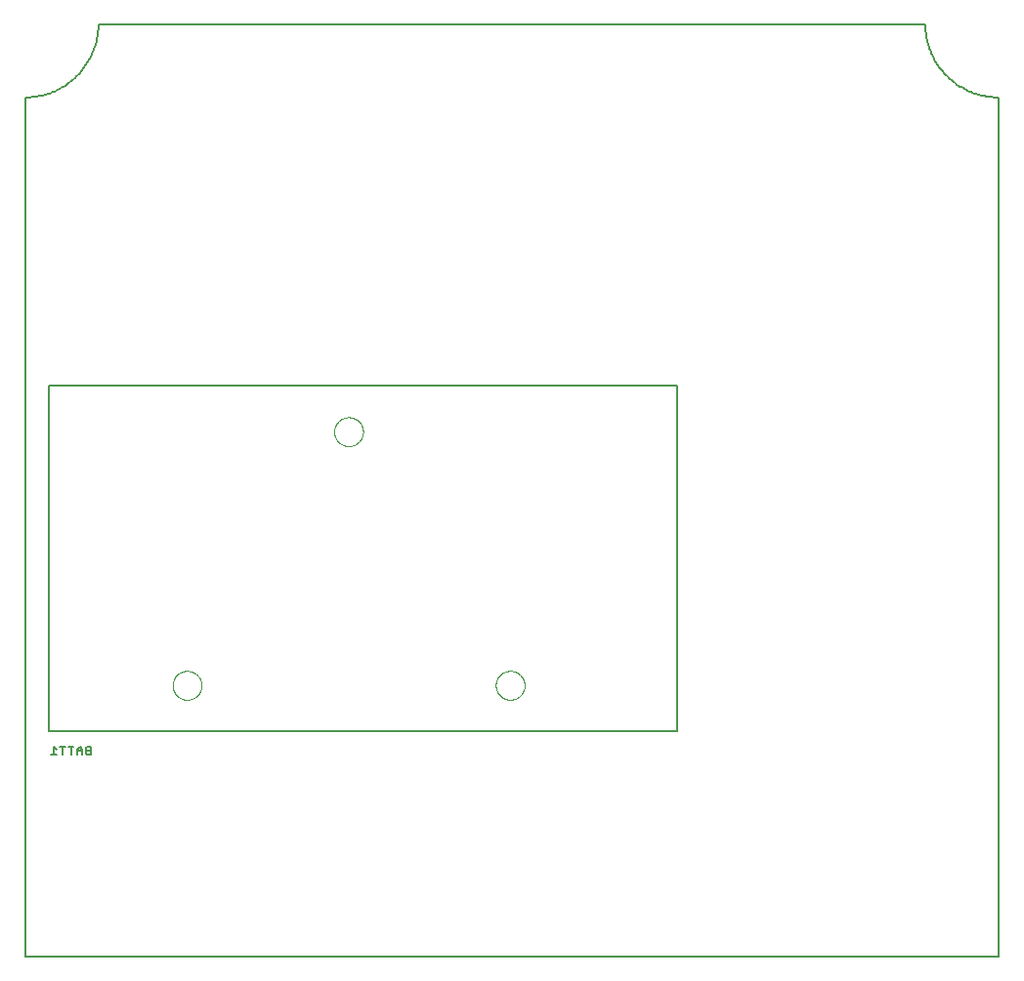
<source format=gbo>
G75*
%MOIN*%
%OFA0B0*%
%FSLAX25Y25*%
%IPPOS*%
%LPD*%
%AMOC8*
5,1,8,0,0,1.08239X$1,22.5*
%
%ADD10C,0.00500*%
%ADD11C,0.00000*%
D10*
X0001250Y0001250D02*
X0001250Y0294750D01*
X0001854Y0294757D01*
X0002458Y0294779D01*
X0003061Y0294816D01*
X0003663Y0294867D01*
X0004263Y0294932D01*
X0004862Y0295012D01*
X0005459Y0295107D01*
X0006053Y0295216D01*
X0006645Y0295339D01*
X0007233Y0295476D01*
X0007818Y0295628D01*
X0008399Y0295794D01*
X0008975Y0295974D01*
X0009548Y0296167D01*
X0010115Y0296375D01*
X0010677Y0296596D01*
X0011234Y0296830D01*
X0011785Y0297078D01*
X0012330Y0297339D01*
X0012868Y0297614D01*
X0013400Y0297901D01*
X0013924Y0298201D01*
X0014441Y0298513D01*
X0014950Y0298838D01*
X0015452Y0299175D01*
X0015945Y0299525D01*
X0016429Y0299886D01*
X0016905Y0300258D01*
X0017371Y0300642D01*
X0017828Y0301037D01*
X0018275Y0301443D01*
X0018713Y0301860D01*
X0019140Y0302287D01*
X0019557Y0302725D01*
X0019963Y0303172D01*
X0020358Y0303629D01*
X0020742Y0304095D01*
X0021114Y0304571D01*
X0021475Y0305055D01*
X0021825Y0305548D01*
X0022162Y0306050D01*
X0022487Y0306559D01*
X0022799Y0307076D01*
X0023099Y0307600D01*
X0023386Y0308132D01*
X0023661Y0308670D01*
X0023922Y0309215D01*
X0024170Y0309766D01*
X0024404Y0310323D01*
X0024625Y0310885D01*
X0024833Y0311452D01*
X0025026Y0312025D01*
X0025206Y0312601D01*
X0025372Y0313182D01*
X0025524Y0313767D01*
X0025661Y0314355D01*
X0025784Y0314947D01*
X0025893Y0315541D01*
X0025988Y0316138D01*
X0026068Y0316737D01*
X0026133Y0317337D01*
X0026184Y0317939D01*
X0026221Y0318542D01*
X0026243Y0319146D01*
X0026250Y0319750D01*
X0308350Y0319750D01*
X0308357Y0319146D01*
X0308379Y0318542D01*
X0308416Y0317939D01*
X0308467Y0317337D01*
X0308532Y0316737D01*
X0308612Y0316138D01*
X0308707Y0315541D01*
X0308816Y0314947D01*
X0308939Y0314355D01*
X0309076Y0313767D01*
X0309228Y0313182D01*
X0309394Y0312601D01*
X0309574Y0312025D01*
X0309767Y0311452D01*
X0309975Y0310885D01*
X0310196Y0310323D01*
X0310430Y0309766D01*
X0310678Y0309215D01*
X0310939Y0308670D01*
X0311214Y0308132D01*
X0311501Y0307600D01*
X0311801Y0307076D01*
X0312113Y0306559D01*
X0312438Y0306050D01*
X0312775Y0305548D01*
X0313125Y0305055D01*
X0313486Y0304571D01*
X0313858Y0304095D01*
X0314242Y0303629D01*
X0314637Y0303172D01*
X0315043Y0302725D01*
X0315460Y0302287D01*
X0315887Y0301860D01*
X0316325Y0301443D01*
X0316772Y0301037D01*
X0317229Y0300642D01*
X0317695Y0300258D01*
X0318171Y0299886D01*
X0318655Y0299525D01*
X0319148Y0299175D01*
X0319650Y0298838D01*
X0320159Y0298513D01*
X0320676Y0298201D01*
X0321200Y0297901D01*
X0321732Y0297614D01*
X0322270Y0297339D01*
X0322815Y0297078D01*
X0323366Y0296830D01*
X0323923Y0296596D01*
X0324485Y0296375D01*
X0325052Y0296167D01*
X0325625Y0295974D01*
X0326201Y0295794D01*
X0326782Y0295628D01*
X0327367Y0295476D01*
X0327955Y0295339D01*
X0328547Y0295216D01*
X0329141Y0295107D01*
X0329738Y0295012D01*
X0330337Y0294932D01*
X0330937Y0294867D01*
X0331539Y0294816D01*
X0332142Y0294779D01*
X0332746Y0294757D01*
X0333350Y0294750D01*
X0333350Y0001250D01*
X0001250Y0001250D01*
X0010145Y0070300D02*
X0011947Y0070300D01*
X0011046Y0070300D02*
X0011046Y0073002D01*
X0011947Y0072102D01*
X0013091Y0073002D02*
X0014893Y0073002D01*
X0013992Y0073002D02*
X0013992Y0070300D01*
X0016939Y0070300D02*
X0016939Y0073002D01*
X0017840Y0073002D02*
X0016038Y0073002D01*
X0018985Y0072102D02*
X0018985Y0070300D01*
X0018985Y0071651D02*
X0020786Y0071651D01*
X0020786Y0072102D02*
X0019885Y0073002D01*
X0018985Y0072102D01*
X0020786Y0072102D02*
X0020786Y0070300D01*
X0021931Y0070750D02*
X0022381Y0070300D01*
X0023733Y0070300D01*
X0023733Y0073002D01*
X0022381Y0073002D01*
X0021931Y0072552D01*
X0021931Y0072102D01*
X0022381Y0071651D01*
X0023733Y0071651D01*
X0022381Y0071651D02*
X0021931Y0071201D01*
X0021931Y0070750D01*
X0009250Y0078250D02*
X0009250Y0196360D01*
X0223817Y0196360D01*
X0223817Y0078250D01*
X0009250Y0078250D01*
D11*
X0051573Y0093998D02*
X0051575Y0094138D01*
X0051581Y0094278D01*
X0051591Y0094417D01*
X0051605Y0094556D01*
X0051623Y0094695D01*
X0051644Y0094833D01*
X0051670Y0094971D01*
X0051700Y0095108D01*
X0051733Y0095243D01*
X0051771Y0095378D01*
X0051812Y0095512D01*
X0051857Y0095645D01*
X0051905Y0095776D01*
X0051958Y0095905D01*
X0052014Y0096034D01*
X0052073Y0096160D01*
X0052137Y0096285D01*
X0052203Y0096408D01*
X0052274Y0096529D01*
X0052347Y0096648D01*
X0052424Y0096765D01*
X0052505Y0096879D01*
X0052588Y0096991D01*
X0052675Y0097101D01*
X0052765Y0097209D01*
X0052857Y0097313D01*
X0052953Y0097415D01*
X0053052Y0097515D01*
X0053153Y0097611D01*
X0053257Y0097705D01*
X0053364Y0097795D01*
X0053473Y0097882D01*
X0053585Y0097967D01*
X0053699Y0098048D01*
X0053815Y0098126D01*
X0053933Y0098200D01*
X0054054Y0098271D01*
X0054176Y0098339D01*
X0054301Y0098403D01*
X0054427Y0098464D01*
X0054554Y0098521D01*
X0054684Y0098574D01*
X0054815Y0098624D01*
X0054947Y0098669D01*
X0055080Y0098712D01*
X0055215Y0098750D01*
X0055350Y0098784D01*
X0055487Y0098815D01*
X0055624Y0098842D01*
X0055762Y0098864D01*
X0055901Y0098883D01*
X0056040Y0098898D01*
X0056179Y0098909D01*
X0056319Y0098916D01*
X0056459Y0098919D01*
X0056599Y0098918D01*
X0056739Y0098913D01*
X0056878Y0098904D01*
X0057018Y0098891D01*
X0057157Y0098874D01*
X0057295Y0098853D01*
X0057433Y0098829D01*
X0057570Y0098800D01*
X0057706Y0098768D01*
X0057841Y0098731D01*
X0057975Y0098691D01*
X0058108Y0098647D01*
X0058239Y0098599D01*
X0058369Y0098548D01*
X0058498Y0098493D01*
X0058625Y0098434D01*
X0058750Y0098371D01*
X0058873Y0098306D01*
X0058995Y0098236D01*
X0059114Y0098163D01*
X0059232Y0098087D01*
X0059347Y0098008D01*
X0059460Y0097925D01*
X0059570Y0097839D01*
X0059678Y0097750D01*
X0059783Y0097658D01*
X0059886Y0097563D01*
X0059986Y0097465D01*
X0060083Y0097365D01*
X0060177Y0097261D01*
X0060269Y0097155D01*
X0060357Y0097047D01*
X0060442Y0096936D01*
X0060524Y0096822D01*
X0060603Y0096706D01*
X0060678Y0096589D01*
X0060750Y0096469D01*
X0060818Y0096347D01*
X0060883Y0096223D01*
X0060945Y0096097D01*
X0061003Y0095970D01*
X0061057Y0095841D01*
X0061108Y0095710D01*
X0061154Y0095578D01*
X0061197Y0095445D01*
X0061237Y0095311D01*
X0061272Y0095176D01*
X0061304Y0095039D01*
X0061331Y0094902D01*
X0061355Y0094764D01*
X0061375Y0094626D01*
X0061391Y0094487D01*
X0061403Y0094347D01*
X0061411Y0094208D01*
X0061415Y0094068D01*
X0061415Y0093928D01*
X0061411Y0093788D01*
X0061403Y0093649D01*
X0061391Y0093509D01*
X0061375Y0093370D01*
X0061355Y0093232D01*
X0061331Y0093094D01*
X0061304Y0092957D01*
X0061272Y0092820D01*
X0061237Y0092685D01*
X0061197Y0092551D01*
X0061154Y0092418D01*
X0061108Y0092286D01*
X0061057Y0092155D01*
X0061003Y0092026D01*
X0060945Y0091899D01*
X0060883Y0091773D01*
X0060818Y0091649D01*
X0060750Y0091527D01*
X0060678Y0091407D01*
X0060603Y0091290D01*
X0060524Y0091174D01*
X0060442Y0091060D01*
X0060357Y0090949D01*
X0060269Y0090841D01*
X0060177Y0090735D01*
X0060083Y0090631D01*
X0059986Y0090531D01*
X0059886Y0090433D01*
X0059783Y0090338D01*
X0059678Y0090246D01*
X0059570Y0090157D01*
X0059460Y0090071D01*
X0059347Y0089988D01*
X0059232Y0089909D01*
X0059114Y0089833D01*
X0058995Y0089760D01*
X0058873Y0089690D01*
X0058750Y0089625D01*
X0058625Y0089562D01*
X0058498Y0089503D01*
X0058369Y0089448D01*
X0058239Y0089397D01*
X0058108Y0089349D01*
X0057975Y0089305D01*
X0057841Y0089265D01*
X0057706Y0089228D01*
X0057570Y0089196D01*
X0057433Y0089167D01*
X0057295Y0089143D01*
X0057157Y0089122D01*
X0057018Y0089105D01*
X0056878Y0089092D01*
X0056739Y0089083D01*
X0056599Y0089078D01*
X0056459Y0089077D01*
X0056319Y0089080D01*
X0056179Y0089087D01*
X0056040Y0089098D01*
X0055901Y0089113D01*
X0055762Y0089132D01*
X0055624Y0089154D01*
X0055487Y0089181D01*
X0055350Y0089212D01*
X0055215Y0089246D01*
X0055080Y0089284D01*
X0054947Y0089327D01*
X0054815Y0089372D01*
X0054684Y0089422D01*
X0054554Y0089475D01*
X0054427Y0089532D01*
X0054301Y0089593D01*
X0054176Y0089657D01*
X0054054Y0089725D01*
X0053933Y0089796D01*
X0053815Y0089870D01*
X0053699Y0089948D01*
X0053585Y0090029D01*
X0053473Y0090114D01*
X0053364Y0090201D01*
X0053257Y0090291D01*
X0053153Y0090385D01*
X0053052Y0090481D01*
X0052953Y0090581D01*
X0052857Y0090683D01*
X0052765Y0090787D01*
X0052675Y0090895D01*
X0052588Y0091005D01*
X0052505Y0091117D01*
X0052424Y0091231D01*
X0052347Y0091348D01*
X0052274Y0091467D01*
X0052203Y0091588D01*
X0052137Y0091711D01*
X0052073Y0091836D01*
X0052014Y0091962D01*
X0051958Y0092091D01*
X0051905Y0092220D01*
X0051857Y0092351D01*
X0051812Y0092484D01*
X0051771Y0092618D01*
X0051733Y0092753D01*
X0051700Y0092888D01*
X0051670Y0093025D01*
X0051644Y0093163D01*
X0051623Y0093301D01*
X0051605Y0093440D01*
X0051591Y0093579D01*
X0051581Y0093718D01*
X0051575Y0093858D01*
X0051573Y0093998D01*
X0106691Y0180612D02*
X0106693Y0180752D01*
X0106699Y0180892D01*
X0106709Y0181031D01*
X0106723Y0181170D01*
X0106741Y0181309D01*
X0106762Y0181447D01*
X0106788Y0181585D01*
X0106818Y0181722D01*
X0106851Y0181857D01*
X0106889Y0181992D01*
X0106930Y0182126D01*
X0106975Y0182259D01*
X0107023Y0182390D01*
X0107076Y0182519D01*
X0107132Y0182648D01*
X0107191Y0182774D01*
X0107255Y0182899D01*
X0107321Y0183022D01*
X0107392Y0183143D01*
X0107465Y0183262D01*
X0107542Y0183379D01*
X0107623Y0183493D01*
X0107706Y0183605D01*
X0107793Y0183715D01*
X0107883Y0183823D01*
X0107975Y0183927D01*
X0108071Y0184029D01*
X0108170Y0184129D01*
X0108271Y0184225D01*
X0108375Y0184319D01*
X0108482Y0184409D01*
X0108591Y0184496D01*
X0108703Y0184581D01*
X0108817Y0184662D01*
X0108933Y0184740D01*
X0109051Y0184814D01*
X0109172Y0184885D01*
X0109294Y0184953D01*
X0109419Y0185017D01*
X0109545Y0185078D01*
X0109672Y0185135D01*
X0109802Y0185188D01*
X0109933Y0185238D01*
X0110065Y0185283D01*
X0110198Y0185326D01*
X0110333Y0185364D01*
X0110468Y0185398D01*
X0110605Y0185429D01*
X0110742Y0185456D01*
X0110880Y0185478D01*
X0111019Y0185497D01*
X0111158Y0185512D01*
X0111297Y0185523D01*
X0111437Y0185530D01*
X0111577Y0185533D01*
X0111717Y0185532D01*
X0111857Y0185527D01*
X0111996Y0185518D01*
X0112136Y0185505D01*
X0112275Y0185488D01*
X0112413Y0185467D01*
X0112551Y0185443D01*
X0112688Y0185414D01*
X0112824Y0185382D01*
X0112959Y0185345D01*
X0113093Y0185305D01*
X0113226Y0185261D01*
X0113357Y0185213D01*
X0113487Y0185162D01*
X0113616Y0185107D01*
X0113743Y0185048D01*
X0113868Y0184985D01*
X0113991Y0184920D01*
X0114113Y0184850D01*
X0114232Y0184777D01*
X0114350Y0184701D01*
X0114465Y0184622D01*
X0114578Y0184539D01*
X0114688Y0184453D01*
X0114796Y0184364D01*
X0114901Y0184272D01*
X0115004Y0184177D01*
X0115104Y0184079D01*
X0115201Y0183979D01*
X0115295Y0183875D01*
X0115387Y0183769D01*
X0115475Y0183661D01*
X0115560Y0183550D01*
X0115642Y0183436D01*
X0115721Y0183320D01*
X0115796Y0183203D01*
X0115868Y0183083D01*
X0115936Y0182961D01*
X0116001Y0182837D01*
X0116063Y0182711D01*
X0116121Y0182584D01*
X0116175Y0182455D01*
X0116226Y0182324D01*
X0116272Y0182192D01*
X0116315Y0182059D01*
X0116355Y0181925D01*
X0116390Y0181790D01*
X0116422Y0181653D01*
X0116449Y0181516D01*
X0116473Y0181378D01*
X0116493Y0181240D01*
X0116509Y0181101D01*
X0116521Y0180961D01*
X0116529Y0180822D01*
X0116533Y0180682D01*
X0116533Y0180542D01*
X0116529Y0180402D01*
X0116521Y0180263D01*
X0116509Y0180123D01*
X0116493Y0179984D01*
X0116473Y0179846D01*
X0116449Y0179708D01*
X0116422Y0179571D01*
X0116390Y0179434D01*
X0116355Y0179299D01*
X0116315Y0179165D01*
X0116272Y0179032D01*
X0116226Y0178900D01*
X0116175Y0178769D01*
X0116121Y0178640D01*
X0116063Y0178513D01*
X0116001Y0178387D01*
X0115936Y0178263D01*
X0115868Y0178141D01*
X0115796Y0178021D01*
X0115721Y0177904D01*
X0115642Y0177788D01*
X0115560Y0177674D01*
X0115475Y0177563D01*
X0115387Y0177455D01*
X0115295Y0177349D01*
X0115201Y0177245D01*
X0115104Y0177145D01*
X0115004Y0177047D01*
X0114901Y0176952D01*
X0114796Y0176860D01*
X0114688Y0176771D01*
X0114578Y0176685D01*
X0114465Y0176602D01*
X0114350Y0176523D01*
X0114232Y0176447D01*
X0114113Y0176374D01*
X0113991Y0176304D01*
X0113868Y0176239D01*
X0113743Y0176176D01*
X0113616Y0176117D01*
X0113487Y0176062D01*
X0113357Y0176011D01*
X0113226Y0175963D01*
X0113093Y0175919D01*
X0112959Y0175879D01*
X0112824Y0175842D01*
X0112688Y0175810D01*
X0112551Y0175781D01*
X0112413Y0175757D01*
X0112275Y0175736D01*
X0112136Y0175719D01*
X0111996Y0175706D01*
X0111857Y0175697D01*
X0111717Y0175692D01*
X0111577Y0175691D01*
X0111437Y0175694D01*
X0111297Y0175701D01*
X0111158Y0175712D01*
X0111019Y0175727D01*
X0110880Y0175746D01*
X0110742Y0175768D01*
X0110605Y0175795D01*
X0110468Y0175826D01*
X0110333Y0175860D01*
X0110198Y0175898D01*
X0110065Y0175941D01*
X0109933Y0175986D01*
X0109802Y0176036D01*
X0109672Y0176089D01*
X0109545Y0176146D01*
X0109419Y0176207D01*
X0109294Y0176271D01*
X0109172Y0176339D01*
X0109051Y0176410D01*
X0108933Y0176484D01*
X0108817Y0176562D01*
X0108703Y0176643D01*
X0108591Y0176728D01*
X0108482Y0176815D01*
X0108375Y0176905D01*
X0108271Y0176999D01*
X0108170Y0177095D01*
X0108071Y0177195D01*
X0107975Y0177297D01*
X0107883Y0177401D01*
X0107793Y0177509D01*
X0107706Y0177619D01*
X0107623Y0177731D01*
X0107542Y0177845D01*
X0107465Y0177962D01*
X0107392Y0178081D01*
X0107321Y0178202D01*
X0107255Y0178325D01*
X0107191Y0178450D01*
X0107132Y0178576D01*
X0107076Y0178705D01*
X0107023Y0178834D01*
X0106975Y0178965D01*
X0106930Y0179098D01*
X0106889Y0179232D01*
X0106851Y0179367D01*
X0106818Y0179502D01*
X0106788Y0179639D01*
X0106762Y0179777D01*
X0106741Y0179915D01*
X0106723Y0180054D01*
X0106709Y0180193D01*
X0106699Y0180332D01*
X0106693Y0180472D01*
X0106691Y0180612D01*
X0161809Y0093998D02*
X0161811Y0094138D01*
X0161817Y0094278D01*
X0161827Y0094417D01*
X0161841Y0094556D01*
X0161859Y0094695D01*
X0161880Y0094833D01*
X0161906Y0094971D01*
X0161936Y0095108D01*
X0161969Y0095243D01*
X0162007Y0095378D01*
X0162048Y0095512D01*
X0162093Y0095645D01*
X0162141Y0095776D01*
X0162194Y0095905D01*
X0162250Y0096034D01*
X0162309Y0096160D01*
X0162373Y0096285D01*
X0162439Y0096408D01*
X0162510Y0096529D01*
X0162583Y0096648D01*
X0162660Y0096765D01*
X0162741Y0096879D01*
X0162824Y0096991D01*
X0162911Y0097101D01*
X0163001Y0097209D01*
X0163093Y0097313D01*
X0163189Y0097415D01*
X0163288Y0097515D01*
X0163389Y0097611D01*
X0163493Y0097705D01*
X0163600Y0097795D01*
X0163709Y0097882D01*
X0163821Y0097967D01*
X0163935Y0098048D01*
X0164051Y0098126D01*
X0164169Y0098200D01*
X0164290Y0098271D01*
X0164412Y0098339D01*
X0164537Y0098403D01*
X0164663Y0098464D01*
X0164790Y0098521D01*
X0164920Y0098574D01*
X0165051Y0098624D01*
X0165183Y0098669D01*
X0165316Y0098712D01*
X0165451Y0098750D01*
X0165586Y0098784D01*
X0165723Y0098815D01*
X0165860Y0098842D01*
X0165998Y0098864D01*
X0166137Y0098883D01*
X0166276Y0098898D01*
X0166415Y0098909D01*
X0166555Y0098916D01*
X0166695Y0098919D01*
X0166835Y0098918D01*
X0166975Y0098913D01*
X0167114Y0098904D01*
X0167254Y0098891D01*
X0167393Y0098874D01*
X0167531Y0098853D01*
X0167669Y0098829D01*
X0167806Y0098800D01*
X0167942Y0098768D01*
X0168077Y0098731D01*
X0168211Y0098691D01*
X0168344Y0098647D01*
X0168475Y0098599D01*
X0168605Y0098548D01*
X0168734Y0098493D01*
X0168861Y0098434D01*
X0168986Y0098371D01*
X0169109Y0098306D01*
X0169231Y0098236D01*
X0169350Y0098163D01*
X0169468Y0098087D01*
X0169583Y0098008D01*
X0169696Y0097925D01*
X0169806Y0097839D01*
X0169914Y0097750D01*
X0170019Y0097658D01*
X0170122Y0097563D01*
X0170222Y0097465D01*
X0170319Y0097365D01*
X0170413Y0097261D01*
X0170505Y0097155D01*
X0170593Y0097047D01*
X0170678Y0096936D01*
X0170760Y0096822D01*
X0170839Y0096706D01*
X0170914Y0096589D01*
X0170986Y0096469D01*
X0171054Y0096347D01*
X0171119Y0096223D01*
X0171181Y0096097D01*
X0171239Y0095970D01*
X0171293Y0095841D01*
X0171344Y0095710D01*
X0171390Y0095578D01*
X0171433Y0095445D01*
X0171473Y0095311D01*
X0171508Y0095176D01*
X0171540Y0095039D01*
X0171567Y0094902D01*
X0171591Y0094764D01*
X0171611Y0094626D01*
X0171627Y0094487D01*
X0171639Y0094347D01*
X0171647Y0094208D01*
X0171651Y0094068D01*
X0171651Y0093928D01*
X0171647Y0093788D01*
X0171639Y0093649D01*
X0171627Y0093509D01*
X0171611Y0093370D01*
X0171591Y0093232D01*
X0171567Y0093094D01*
X0171540Y0092957D01*
X0171508Y0092820D01*
X0171473Y0092685D01*
X0171433Y0092551D01*
X0171390Y0092418D01*
X0171344Y0092286D01*
X0171293Y0092155D01*
X0171239Y0092026D01*
X0171181Y0091899D01*
X0171119Y0091773D01*
X0171054Y0091649D01*
X0170986Y0091527D01*
X0170914Y0091407D01*
X0170839Y0091290D01*
X0170760Y0091174D01*
X0170678Y0091060D01*
X0170593Y0090949D01*
X0170505Y0090841D01*
X0170413Y0090735D01*
X0170319Y0090631D01*
X0170222Y0090531D01*
X0170122Y0090433D01*
X0170019Y0090338D01*
X0169914Y0090246D01*
X0169806Y0090157D01*
X0169696Y0090071D01*
X0169583Y0089988D01*
X0169468Y0089909D01*
X0169350Y0089833D01*
X0169231Y0089760D01*
X0169109Y0089690D01*
X0168986Y0089625D01*
X0168861Y0089562D01*
X0168734Y0089503D01*
X0168605Y0089448D01*
X0168475Y0089397D01*
X0168344Y0089349D01*
X0168211Y0089305D01*
X0168077Y0089265D01*
X0167942Y0089228D01*
X0167806Y0089196D01*
X0167669Y0089167D01*
X0167531Y0089143D01*
X0167393Y0089122D01*
X0167254Y0089105D01*
X0167114Y0089092D01*
X0166975Y0089083D01*
X0166835Y0089078D01*
X0166695Y0089077D01*
X0166555Y0089080D01*
X0166415Y0089087D01*
X0166276Y0089098D01*
X0166137Y0089113D01*
X0165998Y0089132D01*
X0165860Y0089154D01*
X0165723Y0089181D01*
X0165586Y0089212D01*
X0165451Y0089246D01*
X0165316Y0089284D01*
X0165183Y0089327D01*
X0165051Y0089372D01*
X0164920Y0089422D01*
X0164790Y0089475D01*
X0164663Y0089532D01*
X0164537Y0089593D01*
X0164412Y0089657D01*
X0164290Y0089725D01*
X0164169Y0089796D01*
X0164051Y0089870D01*
X0163935Y0089948D01*
X0163821Y0090029D01*
X0163709Y0090114D01*
X0163600Y0090201D01*
X0163493Y0090291D01*
X0163389Y0090385D01*
X0163288Y0090481D01*
X0163189Y0090581D01*
X0163093Y0090683D01*
X0163001Y0090787D01*
X0162911Y0090895D01*
X0162824Y0091005D01*
X0162741Y0091117D01*
X0162660Y0091231D01*
X0162583Y0091348D01*
X0162510Y0091467D01*
X0162439Y0091588D01*
X0162373Y0091711D01*
X0162309Y0091836D01*
X0162250Y0091962D01*
X0162194Y0092091D01*
X0162141Y0092220D01*
X0162093Y0092351D01*
X0162048Y0092484D01*
X0162007Y0092618D01*
X0161969Y0092753D01*
X0161936Y0092888D01*
X0161906Y0093025D01*
X0161880Y0093163D01*
X0161859Y0093301D01*
X0161841Y0093440D01*
X0161827Y0093579D01*
X0161817Y0093718D01*
X0161811Y0093858D01*
X0161809Y0093998D01*
M02*

</source>
